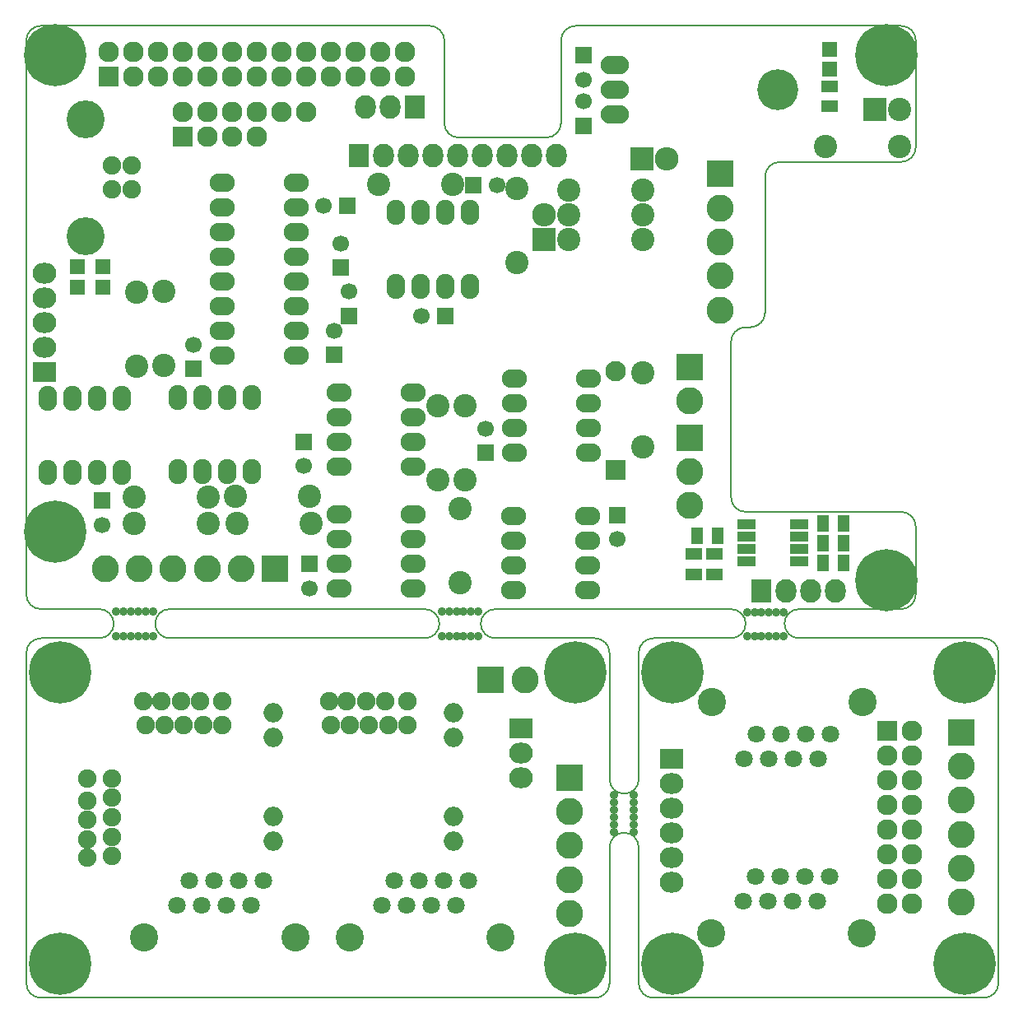
<source format=gts>
G04 #@! TF.FileFunction,Soldermask,Top*
%FSLAX46Y46*%
G04 Gerber Fmt 4.6, Leading zero omitted, Abs format (unit mm)*
G04 Created by KiCad (PCBNEW 4.0.1-3.201512221402+6198~38~ubuntu14.04.1-stable) date Tue 26 Jan 2016 10:44:12 AM CET*
%MOMM*%
G01*
G04 APERTURE LIST*
%ADD10C,0.100000*%
%ADD11C,0.150000*%
%ADD12C,1.901140*%
%ADD13C,3.900120*%
%ADD14C,2.398980*%
%ADD15R,2.100000X2.100000*%
%ADD16O,2.127200X2.127200*%
%ADD17R,2.127200X2.127200*%
%ADD18C,1.900000*%
%ADD19C,1.800000*%
%ADD20C,2.900000*%
%ADD21C,0.900000*%
%ADD22R,1.700000X1.700000*%
%ADD23C,1.700000*%
%ADD24C,2.099260*%
%ADD25R,2.099260X2.099260*%
%ADD26C,6.400000*%
%ADD27O,2.120000X2.120000*%
%ADD28R,2.432000X2.432000*%
%ADD29O,2.432000X2.432000*%
%ADD30R,1.950000X1.000000*%
%ADD31R,2.432000X2.127200*%
%ADD32O,2.432000X2.127200*%
%ADD33C,2.800000*%
%ADD34R,2.800000X2.800000*%
%ADD35R,2.127200X2.432000*%
%ADD36O,2.127200X2.432000*%
%ADD37O,2.899360X1.901140*%
%ADD38C,4.199840*%
%ADD39O,2.000000X2.000000*%
%ADD40R,2.400000X2.400000*%
%ADD41C,2.400000*%
%ADD42R,1.598880X1.598880*%
%ADD43R,1.300000X1.700000*%
%ADD44R,1.700000X1.300000*%
%ADD45O,2.599640X1.901140*%
%ADD46O,1.901140X2.599640*%
G04 APERTURE END LIST*
D10*
D11*
X148250000Y-100000000D02*
X172500000Y-100000000D01*
X141000000Y-100000000D02*
X114750000Y-100000000D01*
X114750000Y-103000000D02*
X141000000Y-103000000D01*
X142500000Y-101500000D02*
G75*
G03X141000000Y-100000000I-1500000J0D01*
G01*
X141000000Y-103000000D02*
G75*
G03X142500000Y-101500000I0J1500000D01*
G01*
X101500000Y-100000000D02*
X107500000Y-100000000D01*
X101500000Y-103000000D02*
X107500000Y-103000000D01*
X148250000Y-100000000D02*
G75*
G03X146750000Y-101500000I0J-1500000D01*
G01*
X148250000Y-103000000D02*
X158500000Y-103000000D01*
X146750000Y-101500000D02*
G75*
G03X148250000Y-103000000I1500000J0D01*
G01*
X174000000Y-90000000D02*
X190000000Y-90000000D01*
X177500000Y-54000000D02*
X190000000Y-54000000D01*
X176000000Y-55500000D02*
X176000000Y-69500000D01*
X172500000Y-88500000D02*
X172500000Y-72500000D01*
X174000000Y-71000000D02*
X174500000Y-71000000D01*
X174500000Y-71000000D02*
G75*
G03X176000000Y-69500000I0J1500000D01*
G01*
X174000000Y-71000000D02*
G75*
G03X172500000Y-72500000I0J-1500000D01*
G01*
X161500000Y-119000000D02*
G75*
G03X163000000Y-117500000I0J1500000D01*
G01*
X163000000Y-124500000D02*
G75*
G03X161500000Y-123000000I-1500000J0D01*
G01*
X163000000Y-124500000D02*
X163000000Y-138500000D01*
X163000000Y-104500000D02*
X163000000Y-117500000D01*
X160000000Y-124500000D02*
X160000000Y-138500000D01*
X160000000Y-104500000D02*
X160000000Y-117500000D01*
X161500000Y-123000000D02*
G75*
G03X160000000Y-124500000I0J-1500000D01*
G01*
X160000000Y-117500000D02*
G75*
G03X161500000Y-119000000I1500000J0D01*
G01*
X164500000Y-103000000D02*
X172500000Y-103000000D01*
X164500000Y-140000000D02*
X198500000Y-140000000D01*
X163000000Y-138500000D02*
G75*
G03X164500000Y-140000000I1500000J0D01*
G01*
X158500000Y-140000000D02*
G75*
G03X160000000Y-138500000I0J1500000D01*
G01*
X164500000Y-103000000D02*
G75*
G03X163000000Y-104500000I0J-1500000D01*
G01*
X160000000Y-104500000D02*
G75*
G03X158500000Y-103000000I-1500000J0D01*
G01*
X113250000Y-101500000D02*
G75*
G03X114750000Y-103000000I1500000J0D01*
G01*
X114750000Y-100000000D02*
G75*
G03X113250000Y-101500000I0J-1500000D01*
G01*
X174000000Y-101500000D02*
G75*
G03X172500000Y-100000000I-1500000J0D01*
G01*
X172500000Y-103000000D02*
G75*
G03X174000000Y-101500000I0J1500000D01*
G01*
X178000000Y-101500000D02*
G75*
G03X179500000Y-103000000I1500000J0D01*
G01*
X179500000Y-100000000D02*
G75*
G03X178000000Y-101500000I0J-1500000D01*
G01*
X190000000Y-100000000D02*
X179500000Y-100000000D01*
X198500000Y-103000000D02*
X179500000Y-103000000D01*
X107500000Y-103000000D02*
G75*
G03X109000000Y-101500000I0J1500000D01*
G01*
X109000000Y-101500000D02*
G75*
G03X107500000Y-100000000I-1500000J0D01*
G01*
X198500000Y-140000000D02*
G75*
G03X200000000Y-138500000I0J1500000D01*
G01*
X200000000Y-104500000D02*
G75*
G03X198500000Y-103000000I-1500000J0D01*
G01*
X101500000Y-103000000D02*
G75*
G03X100000000Y-104500000I0J-1500000D01*
G01*
X100000000Y-138500000D02*
G75*
G03X101500000Y-140000000I1500000J0D01*
G01*
X100000000Y-104500000D02*
X100000000Y-138500000D01*
X200000000Y-104500000D02*
X200000000Y-138500000D01*
X101500000Y-140000000D02*
X158500000Y-140000000D01*
X191500000Y-91500000D02*
G75*
G03X190000000Y-90000000I-1500000J0D01*
G01*
X172500000Y-88500000D02*
G75*
G03X174000000Y-90000000I1500000J0D01*
G01*
X177500000Y-54000000D02*
G75*
G03X176000000Y-55500000I0J-1500000D01*
G01*
X190000000Y-54000000D02*
G75*
G03X191500000Y-52500000I0J1500000D01*
G01*
X191500000Y-41500000D02*
X191500000Y-52500000D01*
X143000000Y-41500000D02*
G75*
G03X141500000Y-40000000I-1500000J0D01*
G01*
X156500000Y-40000000D02*
G75*
G03X155000000Y-41500000I0J-1500000D01*
G01*
X153500000Y-51500000D02*
G75*
G03X155000000Y-50000000I0J1500000D01*
G01*
X143000000Y-50000000D02*
G75*
G03X144500000Y-51500000I1500000J0D01*
G01*
X144500000Y-51500000D02*
X153500000Y-51500000D01*
X143000000Y-41500000D02*
X143000000Y-50000000D01*
X155000000Y-41500000D02*
X155000000Y-50000000D01*
X190000000Y-40000000D02*
X156500000Y-40000000D01*
X100000000Y-41500000D02*
X100000000Y-98500000D01*
X191500000Y-91500000D02*
X191500000Y-98500000D01*
X191500000Y-41500000D02*
G75*
G03X190000000Y-40000000I-1500000J0D01*
G01*
X190000000Y-100000000D02*
G75*
G03X191500000Y-98500000I0J1500000D01*
G01*
X100000000Y-98500000D02*
G75*
G03X101500000Y-100000000I1500000J0D01*
G01*
X101500000Y-40000000D02*
G75*
G03X100000000Y-41500000I0J-1500000D01*
G01*
X101500000Y-40000000D02*
X141500000Y-40000000D01*
D12*
X108839000Y-54356000D03*
X108839000Y-56845200D03*
X110845600Y-56845200D03*
X110845600Y-54356000D03*
D13*
X106121200Y-49580800D03*
X106121200Y-61620400D03*
D14*
X155829000Y-56896000D03*
X163449000Y-56896000D03*
D15*
X116103400Y-51384200D03*
D16*
X116103400Y-48844200D03*
X118643400Y-51384200D03*
X118643400Y-48844200D03*
X121183400Y-51384200D03*
X121183400Y-48844200D03*
X123723400Y-51384200D03*
X123723400Y-48844200D03*
D17*
X108483400Y-45212000D03*
D16*
X108483400Y-42672000D03*
X111023400Y-45212000D03*
X111023400Y-42672000D03*
X113563400Y-45212000D03*
X113563400Y-42672000D03*
X116103400Y-45212000D03*
X116103400Y-42672000D03*
X118643400Y-45212000D03*
X118643400Y-42672000D03*
X121183400Y-45212000D03*
X121183400Y-42672000D03*
X123723400Y-45212000D03*
X123723400Y-42672000D03*
X126263400Y-45212000D03*
X126263400Y-42672000D03*
X128803400Y-45212000D03*
X128803400Y-42672000D03*
X131343400Y-45212000D03*
X131343400Y-42672000D03*
X133883400Y-45212000D03*
X133883400Y-42672000D03*
X136423400Y-45212000D03*
X136423400Y-42672000D03*
X138963400Y-45212000D03*
X138963400Y-42672000D03*
D18*
X139205000Y-109442000D03*
X132955000Y-109442000D03*
X136955000Y-109442000D03*
X134955000Y-109442000D03*
X131191000Y-109474000D03*
X135255000Y-111942000D03*
X133255000Y-111942880D03*
X139205000Y-111942000D03*
X137255000Y-111942000D03*
X131305000Y-111942880D03*
D19*
X117995000Y-130460000D03*
X115455000Y-130460000D03*
X116725000Y-127920000D03*
X119265000Y-127920000D03*
X120535000Y-130460000D03*
X121805000Y-127920000D03*
X123075000Y-130460000D03*
X124345000Y-127920000D03*
D20*
X112150000Y-133750000D03*
X127650000Y-133750000D03*
D21*
X142750000Y-100250000D03*
X143500000Y-100250000D03*
X144250000Y-100250000D03*
X145000000Y-100250000D03*
X145750000Y-100250000D03*
X146500000Y-100250000D03*
X142750000Y-102750000D03*
X143500000Y-102750000D03*
X144250000Y-102750000D03*
X145000000Y-102750000D03*
X145750000Y-102750000D03*
X146500000Y-102750000D03*
D22*
X133032500Y-58483500D03*
D23*
X130532500Y-58483500D03*
D22*
X132334000Y-64897000D03*
D23*
X132334000Y-62397000D03*
D21*
X109250000Y-100250000D03*
X110000000Y-100250000D03*
X110750000Y-100250000D03*
X111500000Y-100250000D03*
X112250000Y-100250000D03*
X113000000Y-100250000D03*
X109250000Y-102750000D03*
X110000000Y-102750000D03*
X110750000Y-102750000D03*
X111500000Y-102750000D03*
X112250000Y-102750000D03*
X113000000Y-102750000D03*
X174150000Y-100350000D03*
X174900000Y-100350000D03*
X175650000Y-100350000D03*
X176400000Y-100350000D03*
X177150000Y-100350000D03*
X177900000Y-100350000D03*
X174150000Y-102750000D03*
X174900000Y-102750000D03*
X175650000Y-102750000D03*
X176400000Y-102750000D03*
X177150000Y-102750000D03*
X177900000Y-102750000D03*
X162450000Y-119150000D03*
X162450000Y-119900000D03*
X162450000Y-120650000D03*
X162450000Y-121400000D03*
X162450000Y-122150000D03*
X162450000Y-122900000D03*
D22*
X133223000Y-69850000D03*
D23*
X133223000Y-67350000D03*
D24*
X160652460Y-75564480D03*
D25*
X160652460Y-85724480D03*
D26*
X196500000Y-136500000D03*
X196500000Y-106500000D03*
X166500000Y-106500000D03*
X166500000Y-136500000D03*
X156500000Y-136500000D03*
X156500000Y-106500000D03*
X103500000Y-106500000D03*
X103500000Y-136500000D03*
X103000000Y-92000000D03*
D22*
X145963000Y-56388000D03*
D23*
X148463000Y-56388000D03*
D22*
X143129000Y-69850000D03*
D23*
X140629000Y-69850000D03*
D27*
X126263400Y-48844200D03*
X128803400Y-48844200D03*
D28*
X153289000Y-61976000D03*
D29*
X153289000Y-59436000D03*
D26*
X188500000Y-43000000D03*
X188500000Y-97000000D03*
X103000000Y-43000000D03*
D22*
X157353000Y-43053000D03*
D23*
X157353000Y-45553000D03*
D22*
X157353000Y-50292000D03*
D23*
X157353000Y-47792000D03*
D22*
X128549400Y-82804000D03*
D23*
X128549400Y-85304000D03*
D22*
X129159000Y-95377000D03*
D23*
X129159000Y-97877000D03*
D22*
X107823000Y-88836500D03*
D23*
X107823000Y-91336500D03*
D22*
X117221000Y-75311000D03*
D23*
X117221000Y-72811000D03*
D22*
X160782000Y-90337000D03*
D23*
X160782000Y-92837000D03*
D30*
X174109400Y-91236800D03*
X174109400Y-92506800D03*
X174109400Y-93776800D03*
X174109400Y-95046800D03*
X179509400Y-95046800D03*
X179509400Y-93776800D03*
X179509400Y-92506800D03*
X179509400Y-91236800D03*
D31*
X101854000Y-75628500D03*
D32*
X101854000Y-73088500D03*
X101854000Y-70548500D03*
X101854000Y-68008500D03*
X101854000Y-65468500D03*
D14*
X144653000Y-97282000D03*
X144653000Y-89662000D03*
X142367000Y-86741000D03*
X142367000Y-79121000D03*
X145161000Y-79121000D03*
X145161000Y-86741000D03*
X121666000Y-91186000D03*
X129286000Y-91186000D03*
X111125000Y-88519000D03*
X118745000Y-88519000D03*
X121539000Y-88392000D03*
X129159000Y-88392000D03*
X118745000Y-91186000D03*
X111125000Y-91186000D03*
X111379000Y-75057000D03*
X111379000Y-67437000D03*
X114173000Y-74930000D03*
X114173000Y-67310000D03*
X163449000Y-75692000D03*
X163449000Y-83312000D03*
D33*
X122090000Y-95820000D03*
D34*
X125590000Y-95820000D03*
D33*
X118590000Y-95820000D03*
X115090000Y-95820000D03*
X111590000Y-95820000D03*
X108090000Y-95820000D03*
X151292500Y-107253000D03*
D34*
X147792500Y-107253000D03*
D33*
X171385000Y-58730000D03*
D34*
X171385000Y-55230000D03*
D33*
X171385000Y-62230000D03*
X171385000Y-65730000D03*
X171385000Y-69230000D03*
X155891000Y-120833000D03*
D34*
X155891000Y-117333000D03*
D33*
X155891000Y-124333000D03*
X155891000Y-127833000D03*
X155891000Y-131333000D03*
D18*
X106267000Y-117462000D03*
X106267000Y-123712000D03*
X106267000Y-119712000D03*
X106267000Y-121712000D03*
X106299000Y-125603000D03*
X108767000Y-121412000D03*
X108767880Y-123412000D03*
X108767000Y-117462000D03*
X108767000Y-119412000D03*
X108767880Y-125362000D03*
X120155000Y-109442000D03*
X113905000Y-109442000D03*
X117905000Y-109442000D03*
X115905000Y-109442000D03*
X112014000Y-109474000D03*
X116205000Y-111942000D03*
X114205000Y-111942880D03*
X120155000Y-111942000D03*
X118205000Y-111942000D03*
X112255000Y-111942880D03*
D28*
X163322000Y-53721000D03*
D29*
X165862000Y-53721000D03*
D14*
X150495000Y-64389000D03*
X150495000Y-56769000D03*
X155829000Y-61976000D03*
X163449000Y-61976000D03*
X155829000Y-59436000D03*
X163449000Y-59436000D03*
D33*
X196150000Y-116162000D03*
D34*
X196150000Y-112662000D03*
D33*
X196150000Y-119662000D03*
X196150000Y-123162000D03*
X196150000Y-126662000D03*
X196150000Y-130162000D03*
D35*
X139935800Y-48326200D03*
D36*
X137395800Y-48326200D03*
X134855800Y-48326200D03*
D21*
X160450000Y-119150000D03*
X160450000Y-119900000D03*
X160450000Y-120650000D03*
X160450000Y-121400000D03*
X160450000Y-122150000D03*
X160450000Y-122900000D03*
D19*
X180213000Y-112893000D03*
X182753000Y-112893000D03*
X181483000Y-115433000D03*
X178943000Y-115433000D03*
X177673000Y-112893000D03*
X176403000Y-115433000D03*
X175133000Y-112893000D03*
X173863000Y-115433000D03*
D20*
X186058000Y-109603000D03*
X170558000Y-109603000D03*
D19*
X176276000Y-130058000D03*
X173736000Y-130058000D03*
X175006000Y-127518000D03*
X177546000Y-127518000D03*
X178816000Y-130058000D03*
X180086000Y-127518000D03*
X181356000Y-130058000D03*
X182626000Y-127518000D03*
D20*
X170431000Y-133348000D03*
X185931000Y-133348000D03*
D19*
X139095000Y-130460000D03*
X136555000Y-130460000D03*
X137825000Y-127920000D03*
X140365000Y-127920000D03*
X141635000Y-130460000D03*
X142905000Y-127920000D03*
X144175000Y-130460000D03*
X145445000Y-127920000D03*
D20*
X133250000Y-133750000D03*
X148750000Y-133750000D03*
D17*
X188595000Y-112522000D03*
D16*
X191135000Y-112522000D03*
X188595000Y-115062000D03*
X191135000Y-115062000D03*
X188595000Y-117602000D03*
X191135000Y-117602000D03*
X188595000Y-120142000D03*
X191135000Y-120142000D03*
X188595000Y-122682000D03*
X191135000Y-122682000D03*
X188595000Y-125222000D03*
X191135000Y-125222000D03*
X188595000Y-127762000D03*
X191135000Y-127762000D03*
X188595000Y-130302000D03*
X191135000Y-130302000D03*
D31*
X166370000Y-115443000D03*
D32*
X166370000Y-117983000D03*
X166370000Y-120523000D03*
X166370000Y-123063000D03*
X166370000Y-125603000D03*
X166370000Y-128143000D03*
D37*
X160528000Y-46609000D03*
X160528000Y-44069000D03*
X160528000Y-49149000D03*
D38*
X177292000Y-46609000D03*
D35*
X175577500Y-98171000D03*
D36*
X178117500Y-98171000D03*
X180657500Y-98171000D03*
X183197500Y-98171000D03*
D33*
X168210000Y-85852000D03*
D34*
X168210000Y-82352000D03*
D33*
X168210000Y-89352000D03*
X168210000Y-78585000D03*
D34*
X168210000Y-75085000D03*
D22*
X147256500Y-83947000D03*
D23*
X147256500Y-81447000D03*
D35*
X134239000Y-53340000D03*
D36*
X136779000Y-53340000D03*
X139319000Y-53340000D03*
X141859000Y-53340000D03*
X144399000Y-53340000D03*
X146939000Y-53340000D03*
X149479000Y-53340000D03*
X152019000Y-53340000D03*
X154559000Y-53340000D03*
D14*
X143827500Y-56324500D03*
X136207500Y-56324500D03*
D39*
X143941800Y-110642400D03*
X143941800Y-113182400D03*
X143941800Y-121310400D03*
X143941800Y-123850400D03*
X125399800Y-110642400D03*
X125399800Y-113182400D03*
X125399800Y-121310400D03*
X125399800Y-123850400D03*
D31*
X150926800Y-112242600D03*
D32*
X150926800Y-114782600D03*
X150926800Y-117322600D03*
D40*
X187325000Y-48641000D03*
D41*
X189865000Y-48641000D03*
D14*
X189865000Y-52451000D03*
X182245000Y-52451000D03*
D22*
X131699000Y-73850500D03*
D23*
X131699000Y-71350500D03*
D42*
X182626000Y-44483020D03*
X182626000Y-42384980D03*
X107886500Y-64800480D03*
X107886500Y-66898520D03*
X105283000Y-64800480D03*
X105283000Y-66898520D03*
D43*
X181957000Y-91186000D03*
X184057000Y-91186000D03*
X181957000Y-93218000D03*
X184057000Y-93218000D03*
X181957000Y-95250000D03*
X184057000Y-95250000D03*
X171128400Y-92456000D03*
X169028400Y-92456000D03*
D44*
X170751500Y-94327000D03*
X170751500Y-96427000D03*
X168656000Y-94327000D03*
X168656000Y-96427000D03*
X182626000Y-46194000D03*
X182626000Y-48294000D03*
D45*
X127810000Y-73890000D03*
X127810000Y-71350000D03*
X127810000Y-68810000D03*
X127810000Y-66270000D03*
X127810000Y-63730000D03*
X127810000Y-61190000D03*
X127810000Y-58650000D03*
X127810000Y-56110000D03*
X120190000Y-56110000D03*
X120190000Y-58650000D03*
X120190000Y-61190000D03*
X120190000Y-63730000D03*
X120190000Y-66270000D03*
X120190000Y-68810000D03*
X120190000Y-71350000D03*
X120190000Y-73890000D03*
X139827000Y-85344000D03*
X139827000Y-82804000D03*
X139827000Y-80264000D03*
X139827000Y-77724000D03*
X132207000Y-77724000D03*
X132207000Y-80264000D03*
X132207000Y-82804000D03*
X132207000Y-85344000D03*
X139827000Y-97917000D03*
X139827000Y-95377000D03*
X139827000Y-92837000D03*
X139827000Y-90297000D03*
X132207000Y-90297000D03*
X132207000Y-92837000D03*
X132207000Y-95377000D03*
X132207000Y-97917000D03*
D46*
X115570000Y-85852000D03*
X118110000Y-85852000D03*
X120650000Y-85852000D03*
X123190000Y-85852000D03*
X123190000Y-78232000D03*
X120650000Y-78232000D03*
X118110000Y-78232000D03*
X115570000Y-78232000D03*
X109791500Y-78295500D03*
X107251500Y-78295500D03*
X104711500Y-78295500D03*
X102171500Y-78295500D03*
X102171500Y-85915500D03*
X104711500Y-85915500D03*
X107251500Y-85915500D03*
X109791500Y-85915500D03*
D45*
X150114000Y-90424000D03*
X150114000Y-92964000D03*
X150114000Y-95504000D03*
X150114000Y-98044000D03*
X157734000Y-98044000D03*
X157734000Y-95504000D03*
X157734000Y-92964000D03*
X157734000Y-90424000D03*
X157861000Y-83947000D03*
X157861000Y-81407000D03*
X157861000Y-78867000D03*
X157861000Y-76327000D03*
X150241000Y-76327000D03*
X150241000Y-78867000D03*
X150241000Y-81407000D03*
X150241000Y-83947000D03*
D46*
X138049000Y-66802000D03*
X140589000Y-66802000D03*
X143129000Y-66802000D03*
X145669000Y-66802000D03*
X145669000Y-59182000D03*
X143129000Y-59182000D03*
X140589000Y-59182000D03*
X138049000Y-59182000D03*
M02*

</source>
